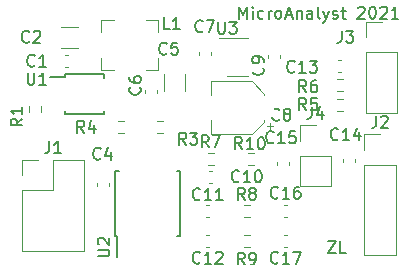
<source format=gbr>
G04 #@! TF.GenerationSoftware,KiCad,Pcbnew,(5.1.10)-1*
G04 #@! TF.CreationDate,2021-05-22T21:50:54-07:00*
G04 #@! TF.ProjectId,E-Bike,452d4269-6b65-42e6-9b69-6361645f7063,rev?*
G04 #@! TF.SameCoordinates,PX619eb90PY83695b8*
G04 #@! TF.FileFunction,Legend,Top*
G04 #@! TF.FilePolarity,Positive*
%FSLAX45Y45*%
G04 Gerber Fmt 4.5, Leading zero omitted, Abs format (unit mm)*
G04 Created by KiCad (PCBNEW (5.1.10)-1) date 2021-05-22 21:50:54*
%MOMM*%
%LPD*%
G01*
G04 APERTURE LIST*
%ADD10C,0.150000*%
%ADD11C,0.120000*%
%ADD12C,1.000000*%
%ADD13O,1.700000X1.700000*%
%ADD14R,1.700000X1.700000*%
%ADD15R,1.060000X0.650000*%
%ADD16R,0.650000X1.700000*%
%ADD17R,1.400000X0.300000*%
%ADD18R,1.500000X3.600000*%
G04 APERTURE END LIST*
D10*
X2770990Y257962D02*
X2837657Y257962D01*
X2770990Y157962D01*
X2837657Y157962D01*
X2923371Y157962D02*
X2875752Y157962D01*
X2875752Y257962D01*
X2020971Y2139162D02*
X2020971Y2239162D01*
X2054305Y2167733D01*
X2087638Y2239162D01*
X2087638Y2139162D01*
X2135257Y2139162D02*
X2135257Y2205829D01*
X2135257Y2239162D02*
X2130495Y2234400D01*
X2135257Y2229638D01*
X2140019Y2234400D01*
X2135257Y2239162D01*
X2135257Y2229638D01*
X2225733Y2143924D02*
X2216210Y2139162D01*
X2197162Y2139162D01*
X2187638Y2143924D01*
X2182876Y2148686D01*
X2178114Y2158210D01*
X2178114Y2186781D01*
X2182876Y2196305D01*
X2187638Y2201067D01*
X2197162Y2205829D01*
X2216210Y2205829D01*
X2225733Y2201067D01*
X2268590Y2139162D02*
X2268590Y2205829D01*
X2268590Y2186781D02*
X2273352Y2196305D01*
X2278114Y2201067D01*
X2287638Y2205829D01*
X2297162Y2205829D01*
X2344781Y2139162D02*
X2335257Y2143924D01*
X2330495Y2148686D01*
X2325733Y2158210D01*
X2325733Y2186781D01*
X2330495Y2196305D01*
X2335257Y2201067D01*
X2344781Y2205829D01*
X2359067Y2205829D01*
X2368590Y2201067D01*
X2373352Y2196305D01*
X2378114Y2186781D01*
X2378114Y2158210D01*
X2373352Y2148686D01*
X2368590Y2143924D01*
X2359067Y2139162D01*
X2344781Y2139162D01*
X2416210Y2167733D02*
X2463829Y2167733D01*
X2406686Y2139162D02*
X2440019Y2239162D01*
X2473352Y2139162D01*
X2506686Y2205829D02*
X2506686Y2139162D01*
X2506686Y2196305D02*
X2511448Y2201067D01*
X2520971Y2205829D01*
X2535257Y2205829D01*
X2544781Y2201067D01*
X2549543Y2191543D01*
X2549543Y2139162D01*
X2640019Y2139162D02*
X2640019Y2191543D01*
X2635257Y2201067D01*
X2625733Y2205829D01*
X2606686Y2205829D01*
X2597162Y2201067D01*
X2640019Y2143924D02*
X2630495Y2139162D01*
X2606686Y2139162D01*
X2597162Y2143924D01*
X2592400Y2153448D01*
X2592400Y2162972D01*
X2597162Y2172495D01*
X2606686Y2177257D01*
X2630495Y2177257D01*
X2640019Y2182019D01*
X2701924Y2139162D02*
X2692400Y2143924D01*
X2687638Y2153448D01*
X2687638Y2239162D01*
X2730495Y2205829D02*
X2754305Y2139162D01*
X2778114Y2205829D02*
X2754305Y2139162D01*
X2744781Y2115352D01*
X2740019Y2110591D01*
X2730495Y2105829D01*
X2811448Y2143924D02*
X2820971Y2139162D01*
X2840019Y2139162D01*
X2849543Y2143924D01*
X2854305Y2153448D01*
X2854305Y2158210D01*
X2849543Y2167733D01*
X2840019Y2172495D01*
X2825733Y2172495D01*
X2816209Y2177257D01*
X2811448Y2186781D01*
X2811448Y2191543D01*
X2816209Y2201067D01*
X2825733Y2205829D01*
X2840019Y2205829D01*
X2849543Y2201067D01*
X2882876Y2205829D02*
X2920971Y2205829D01*
X2897162Y2239162D02*
X2897162Y2153448D01*
X2901924Y2143924D01*
X2911448Y2139162D01*
X2920971Y2139162D01*
X3025733Y2229638D02*
X3030495Y2234400D01*
X3040019Y2239162D01*
X3063828Y2239162D01*
X3073352Y2234400D01*
X3078114Y2229638D01*
X3082876Y2220114D01*
X3082876Y2210591D01*
X3078114Y2196305D01*
X3020971Y2139162D01*
X3082876Y2139162D01*
X3144781Y2239162D02*
X3154305Y2239162D01*
X3163828Y2234400D01*
X3168590Y2229638D01*
X3173352Y2220114D01*
X3178114Y2201067D01*
X3178114Y2177257D01*
X3173352Y2158210D01*
X3168590Y2148686D01*
X3163828Y2143924D01*
X3154305Y2139162D01*
X3144781Y2139162D01*
X3135257Y2143924D01*
X3130495Y2148686D01*
X3125733Y2158210D01*
X3120971Y2177257D01*
X3120971Y2201067D01*
X3125733Y2220114D01*
X3130495Y2229638D01*
X3135257Y2234400D01*
X3144781Y2239162D01*
X3216209Y2229638D02*
X3220971Y2234400D01*
X3230495Y2239162D01*
X3254305Y2239162D01*
X3263828Y2234400D01*
X3268590Y2229638D01*
X3273352Y2220114D01*
X3273352Y2210591D01*
X3268590Y2196305D01*
X3211448Y2139162D01*
X3273352Y2139162D01*
X3368590Y2139162D02*
X3311448Y2139162D01*
X3340019Y2139162D02*
X3340019Y2239162D01*
X3330495Y2224876D01*
X3320971Y2215352D01*
X3311448Y2210591D01*
D11*
X2534000Y717900D02*
X2800000Y717900D01*
X2534000Y977900D02*
X2534000Y717900D01*
X2800000Y977900D02*
X2800000Y717900D01*
X2534000Y977900D02*
X2800000Y977900D01*
X2534000Y1104900D02*
X2534000Y1237900D01*
X2534000Y1237900D02*
X2667000Y1237900D01*
X184500Y171800D02*
X704500Y171800D01*
X184500Y685800D02*
X184500Y171800D01*
X704500Y945800D02*
X704500Y171800D01*
X184500Y685800D02*
X444500Y685800D01*
X444500Y685800D02*
X444500Y945800D01*
X444500Y945800D02*
X704500Y945800D01*
X184500Y812800D02*
X184500Y945800D01*
X184500Y945800D02*
X317500Y945800D01*
X1916600Y1655100D02*
X2096600Y1655100D01*
X2096600Y1977100D02*
X1851600Y1977100D01*
D10*
X969100Y296500D02*
X989600Y296500D01*
X969100Y846500D02*
X999100Y846500D01*
X1520100Y846500D02*
X1490100Y846500D01*
X1520100Y296500D02*
X1490100Y296500D01*
X969100Y296500D02*
X969100Y846500D01*
X1520100Y296500D02*
X1520100Y846500D01*
X989600Y296500D02*
X989600Y121500D01*
X543700Y1666100D02*
X543700Y1643600D01*
X878700Y1666100D02*
X878700Y1636100D01*
X878700Y1331100D02*
X878700Y1361100D01*
X543700Y1331100D02*
X543700Y1361100D01*
X543700Y1666100D02*
X878700Y1666100D01*
X543700Y1331100D02*
X878700Y1331100D01*
X543700Y1643600D02*
X421200Y1643600D01*
D11*
X2146372Y900250D02*
X2095428Y900250D01*
X2146372Y1004750D02*
X2095428Y1004750D01*
X2057328Y306250D02*
X2108272Y306250D01*
X2057328Y201750D02*
X2108272Y201750D01*
X2057328Y560250D02*
X2108272Y560250D01*
X2057328Y455750D02*
X2108272Y455750D01*
X1752528Y1004750D02*
X1803472Y1004750D01*
X1752528Y900250D02*
X1803472Y900250D01*
X2844728Y1627050D02*
X2895672Y1627050D01*
X2844728Y1522550D02*
X2895672Y1522550D01*
X2844728Y1461950D02*
X2895672Y1461950D01*
X2844728Y1357450D02*
X2895672Y1357450D01*
X1041472Y1166950D02*
X990528Y1166950D01*
X1041472Y1271450D02*
X990528Y1271450D01*
X1371672Y1166950D02*
X1320728Y1166950D01*
X1371672Y1271450D02*
X1320728Y1271450D01*
X344350Y1397072D02*
X344350Y1346128D01*
X239850Y1397072D02*
X239850Y1346128D01*
X853700Y2128700D02*
X853700Y2026200D01*
X853700Y2128700D02*
X956200Y2128700D01*
X1330700Y2128700D02*
X1228200Y2128700D01*
X1330700Y2128700D02*
X1330700Y2026200D01*
X1330700Y1706700D02*
X1330700Y1809200D01*
X853700Y1706700D02*
X853700Y1809200D01*
X1330700Y1706700D02*
X1228200Y1706700D01*
X853700Y1706700D02*
X956200Y1706700D01*
X3092800Y1340200D02*
X3358800Y1340200D01*
X3092800Y1854200D02*
X3092800Y1340200D01*
X3358800Y1854200D02*
X3358800Y1340200D01*
X3092800Y1854200D02*
X3358800Y1854200D01*
X3092800Y1981200D02*
X3092800Y2114200D01*
X3092800Y2114200D02*
X3225800Y2114200D01*
X3080100Y133700D02*
X3346100Y133700D01*
X3080100Y901700D02*
X3080100Y133700D01*
X3346100Y901700D02*
X3346100Y133700D01*
X3080100Y901700D02*
X3346100Y901700D01*
X3080100Y1028700D02*
X3080100Y1161700D01*
X3080100Y1161700D02*
X3213100Y1161700D01*
X2427058Y203000D02*
X2398942Y203000D01*
X2427058Y305000D02*
X2398942Y305000D01*
X2427058Y457000D02*
X2398942Y457000D01*
X2427058Y559000D02*
X2398942Y559000D01*
X2438600Y928458D02*
X2438600Y900342D01*
X2336600Y928458D02*
X2336600Y900342D01*
X2997400Y953858D02*
X2997400Y925742D01*
X2895400Y953858D02*
X2895400Y925742D01*
X2884258Y1688900D02*
X2856142Y1688900D01*
X2884258Y1790900D02*
X2856142Y1790900D01*
X1766658Y203000D02*
X1738542Y203000D01*
X1766658Y305000D02*
X1738542Y305000D01*
X1766658Y457000D02*
X1738542Y457000D01*
X1766658Y559000D02*
X1738542Y559000D01*
X1763942Y851100D02*
X1792058Y851100D01*
X1763942Y749100D02*
X1792058Y749100D01*
X2362400Y1830158D02*
X2362400Y1802042D01*
X2260400Y1830158D02*
X2260400Y1802042D01*
X1780600Y1610300D02*
X1780600Y1490300D01*
X1780600Y1158300D02*
X1780600Y1278300D01*
X2126156Y1158300D02*
X1780600Y1158300D01*
X2126156Y1610300D02*
X1780600Y1610300D01*
X2232600Y1503856D02*
X2232600Y1490300D01*
X2232600Y1264744D02*
X2232600Y1278300D01*
X2232600Y1264744D02*
X2126156Y1158300D01*
X2232600Y1503856D02*
X2126156Y1610300D01*
X2306600Y1228300D02*
X2256600Y1228300D01*
X2281600Y1203300D02*
X2281600Y1253300D01*
X1778200Y1855558D02*
X1778200Y1827442D01*
X1676200Y1855558D02*
X1676200Y1827442D01*
X1321000Y1538058D02*
X1321000Y1509942D01*
X1219000Y1538058D02*
X1219000Y1509942D01*
X1564200Y1671325D02*
X1564200Y1529075D01*
X1382200Y1671325D02*
X1382200Y1529075D01*
X914600Y750658D02*
X914600Y722542D01*
X812600Y750658D02*
X812600Y722542D01*
X513075Y2072200D02*
X655325Y2072200D01*
X513075Y1890200D02*
X655325Y1890200D01*
X544742Y1829000D02*
X572858Y1829000D01*
X544742Y1727000D02*
X572858Y1727000D01*
D10*
X2633667Y1392662D02*
X2633667Y1321233D01*
X2628905Y1306948D01*
X2619381Y1297424D01*
X2605095Y1292662D01*
X2595571Y1292662D01*
X2724143Y1359329D02*
X2724143Y1292662D01*
X2700333Y1397424D02*
X2676524Y1325995D01*
X2738429Y1325995D01*
X411167Y1100562D02*
X411167Y1029133D01*
X406405Y1014848D01*
X396881Y1005324D01*
X382595Y1000562D01*
X373071Y1000562D01*
X511167Y1000562D02*
X454024Y1000562D01*
X482595Y1000562D02*
X482595Y1100562D01*
X473071Y1086276D01*
X463548Y1076752D01*
X454024Y1071991D01*
X1841509Y2112162D02*
X1841509Y2031210D01*
X1846271Y2021686D01*
X1851033Y2016924D01*
X1860557Y2012162D01*
X1879605Y2012162D01*
X1889128Y2016924D01*
X1893890Y2021686D01*
X1898652Y2031210D01*
X1898652Y2112162D01*
X1936748Y2112162D02*
X1998652Y2112162D01*
X1965319Y2074067D01*
X1979605Y2074067D01*
X1989128Y2069305D01*
X1993890Y2064543D01*
X1998652Y2055019D01*
X1998652Y2031210D01*
X1993890Y2021686D01*
X1989128Y2016924D01*
X1979605Y2012162D01*
X1951033Y2012162D01*
X1941509Y2016924D01*
X1936748Y2021686D01*
X821838Y127010D02*
X902790Y127010D01*
X912314Y131772D01*
X917076Y136533D01*
X921838Y146057D01*
X921838Y165105D01*
X917076Y174629D01*
X912314Y179390D01*
X902790Y184152D01*
X821838Y184152D01*
X831362Y227010D02*
X826600Y231771D01*
X821838Y241295D01*
X821838Y265105D01*
X826600Y274629D01*
X831362Y279391D01*
X840886Y284152D01*
X850409Y284152D01*
X864695Y279391D01*
X921838Y222248D01*
X921838Y284152D01*
X228609Y1680362D02*
X228609Y1599410D01*
X233371Y1589886D01*
X238133Y1585124D01*
X247657Y1580362D01*
X266705Y1580362D01*
X276229Y1585124D01*
X280990Y1589886D01*
X285752Y1599410D01*
X285752Y1680362D01*
X385752Y1580362D02*
X328610Y1580362D01*
X357181Y1580362D02*
X357181Y1680362D01*
X347657Y1666076D01*
X338133Y1656552D01*
X328610Y1651790D01*
X2043914Y1034262D02*
X2010581Y1081881D01*
X1986771Y1034262D02*
X1986771Y1134262D01*
X2024867Y1134262D01*
X2034390Y1129500D01*
X2039152Y1124738D01*
X2043914Y1115214D01*
X2043914Y1100929D01*
X2039152Y1091405D01*
X2034390Y1086643D01*
X2024867Y1081881D01*
X1986771Y1081881D01*
X2139152Y1034262D02*
X2082009Y1034262D01*
X2110581Y1034262D02*
X2110581Y1134262D01*
X2101057Y1119976D01*
X2091533Y1110452D01*
X2082009Y1105691D01*
X2201057Y1134262D02*
X2210581Y1134262D01*
X2220105Y1129500D01*
X2224867Y1124738D01*
X2229629Y1115214D01*
X2234390Y1096167D01*
X2234390Y1072357D01*
X2229629Y1053310D01*
X2224867Y1043786D01*
X2220105Y1039024D01*
X2210581Y1034262D01*
X2201057Y1034262D01*
X2191533Y1039024D01*
X2186771Y1043786D01*
X2182010Y1053310D01*
X2177248Y1072357D01*
X2177248Y1096167D01*
X2182010Y1115214D01*
X2186771Y1124738D01*
X2191533Y1129500D01*
X2201057Y1134262D01*
X2066133Y56362D02*
X2032800Y103981D01*
X2008990Y56362D02*
X2008990Y156362D01*
X2047086Y156362D01*
X2056609Y151600D01*
X2061371Y146838D01*
X2066133Y137314D01*
X2066133Y123029D01*
X2061371Y113505D01*
X2056609Y108743D01*
X2047086Y103981D01*
X2008990Y103981D01*
X2113752Y56362D02*
X2132800Y56362D01*
X2142324Y61124D01*
X2147086Y65886D01*
X2156610Y80172D01*
X2161371Y99219D01*
X2161371Y137314D01*
X2156610Y146838D01*
X2151848Y151600D01*
X2142324Y156362D01*
X2123276Y156362D01*
X2113752Y151600D01*
X2108990Y146838D01*
X2104229Y137314D01*
X2104229Y113505D01*
X2108990Y103981D01*
X2113752Y99219D01*
X2123276Y94457D01*
X2142324Y94457D01*
X2151848Y99219D01*
X2156610Y103981D01*
X2161371Y113505D01*
X2066133Y605762D02*
X2032800Y653381D01*
X2008990Y605762D02*
X2008990Y705762D01*
X2047086Y705762D01*
X2056609Y701000D01*
X2061371Y696238D01*
X2066133Y686714D01*
X2066133Y672429D01*
X2061371Y662905D01*
X2056609Y658143D01*
X2047086Y653381D01*
X2008990Y653381D01*
X2123276Y662905D02*
X2113752Y667667D01*
X2108990Y672429D01*
X2104229Y681952D01*
X2104229Y686714D01*
X2108990Y696238D01*
X2113752Y701000D01*
X2123276Y705762D01*
X2142324Y705762D01*
X2151848Y701000D01*
X2156610Y696238D01*
X2161371Y686714D01*
X2161371Y681952D01*
X2156610Y672429D01*
X2151848Y667667D01*
X2142324Y662905D01*
X2123276Y662905D01*
X2113752Y658143D01*
X2108990Y653381D01*
X2104229Y643857D01*
X2104229Y624810D01*
X2108990Y615286D01*
X2113752Y610524D01*
X2123276Y605762D01*
X2142324Y605762D01*
X2151848Y610524D01*
X2156610Y615286D01*
X2161371Y624810D01*
X2161371Y643857D01*
X2156610Y653381D01*
X2151848Y658143D01*
X2142324Y662905D01*
X1761333Y1050262D02*
X1728000Y1097881D01*
X1704190Y1050262D02*
X1704190Y1150262D01*
X1742286Y1150262D01*
X1751809Y1145500D01*
X1756571Y1140738D01*
X1761333Y1131214D01*
X1761333Y1116929D01*
X1756571Y1107405D01*
X1751809Y1102643D01*
X1742286Y1097881D01*
X1704190Y1097881D01*
X1794667Y1150262D02*
X1861333Y1150262D01*
X1818476Y1050262D01*
X2586833Y1516862D02*
X2553500Y1564481D01*
X2529690Y1516862D02*
X2529690Y1616862D01*
X2567786Y1616862D01*
X2577310Y1612100D01*
X2582071Y1607338D01*
X2586833Y1597814D01*
X2586833Y1583529D01*
X2582071Y1574005D01*
X2577310Y1569243D01*
X2567786Y1564481D01*
X2529690Y1564481D01*
X2672548Y1616862D02*
X2653500Y1616862D01*
X2643976Y1612100D01*
X2639214Y1607338D01*
X2629690Y1593052D01*
X2624929Y1574005D01*
X2624929Y1535910D01*
X2629690Y1526386D01*
X2634452Y1521624D01*
X2643976Y1516862D01*
X2663024Y1516862D01*
X2672548Y1521624D01*
X2677310Y1526386D01*
X2682071Y1535910D01*
X2682071Y1559719D01*
X2677310Y1569243D01*
X2672548Y1574005D01*
X2663024Y1578767D01*
X2643976Y1578767D01*
X2634452Y1574005D01*
X2629690Y1569243D01*
X2624929Y1559719D01*
X2586833Y1364462D02*
X2553500Y1412081D01*
X2529690Y1364462D02*
X2529690Y1464462D01*
X2567786Y1464462D01*
X2577310Y1459700D01*
X2582071Y1454938D01*
X2586833Y1445414D01*
X2586833Y1431129D01*
X2582071Y1421605D01*
X2577310Y1416843D01*
X2567786Y1412081D01*
X2529690Y1412081D01*
X2677310Y1464462D02*
X2629690Y1464462D01*
X2624929Y1416843D01*
X2629690Y1421605D01*
X2639214Y1426367D01*
X2663024Y1426367D01*
X2672548Y1421605D01*
X2677310Y1416843D01*
X2682071Y1407319D01*
X2682071Y1383510D01*
X2677310Y1373986D01*
X2672548Y1369224D01*
X2663024Y1364462D01*
X2639214Y1364462D01*
X2629690Y1369224D01*
X2624929Y1373986D01*
X707233Y1173962D02*
X673900Y1221581D01*
X650090Y1173962D02*
X650090Y1273962D01*
X688186Y1273962D01*
X697710Y1269200D01*
X702471Y1264438D01*
X707233Y1254914D01*
X707233Y1240629D01*
X702471Y1231105D01*
X697710Y1226343D01*
X688186Y1221581D01*
X650090Y1221581D01*
X792948Y1240629D02*
X792948Y1173962D01*
X769138Y1278724D02*
X745328Y1207295D01*
X807233Y1207295D01*
X1570833Y1072362D02*
X1537500Y1119981D01*
X1513690Y1072362D02*
X1513690Y1172362D01*
X1551786Y1172362D01*
X1561309Y1167600D01*
X1566071Y1162838D01*
X1570833Y1153314D01*
X1570833Y1139029D01*
X1566071Y1129505D01*
X1561309Y1124743D01*
X1551786Y1119981D01*
X1513690Y1119981D01*
X1604167Y1172362D02*
X1666071Y1172362D01*
X1632738Y1134267D01*
X1647024Y1134267D01*
X1656548Y1129505D01*
X1661309Y1124743D01*
X1666071Y1115219D01*
X1666071Y1091410D01*
X1661309Y1081886D01*
X1656548Y1077124D01*
X1647024Y1072362D01*
X1618452Y1072362D01*
X1608928Y1077124D01*
X1604167Y1081886D01*
X184938Y1291433D02*
X137319Y1258100D01*
X184938Y1234291D02*
X84938Y1234291D01*
X84938Y1272386D01*
X89700Y1281910D01*
X94462Y1286672D01*
X103986Y1291433D01*
X118271Y1291433D01*
X127795Y1286672D01*
X132557Y1281910D01*
X137319Y1272386D01*
X137319Y1234291D01*
X184938Y1386672D02*
X184938Y1329529D01*
X184938Y1358100D02*
X84938Y1358100D01*
X99224Y1348576D01*
X108748Y1339052D01*
X113509Y1329529D01*
X1431133Y2050262D02*
X1383514Y2050262D01*
X1383514Y2150262D01*
X1516848Y2050262D02*
X1459705Y2050262D01*
X1488276Y2050262D02*
X1488276Y2150262D01*
X1478752Y2135976D01*
X1469228Y2126452D01*
X1459705Y2121691D01*
X2887667Y2035962D02*
X2887667Y1964533D01*
X2882905Y1950248D01*
X2873381Y1940724D01*
X2859095Y1935962D01*
X2849571Y1935962D01*
X2925762Y2035962D02*
X2987667Y2035962D01*
X2954333Y1997867D01*
X2968619Y1997867D01*
X2978143Y1993105D01*
X2982905Y1988343D01*
X2987667Y1978819D01*
X2987667Y1955010D01*
X2982905Y1945486D01*
X2978143Y1940724D01*
X2968619Y1935962D01*
X2940048Y1935962D01*
X2930524Y1940724D01*
X2925762Y1945486D01*
X3179767Y1316462D02*
X3179767Y1245033D01*
X3175005Y1230748D01*
X3165481Y1221224D01*
X3151195Y1216462D01*
X3141671Y1216462D01*
X3222624Y1306938D02*
X3227386Y1311700D01*
X3236909Y1316462D01*
X3260719Y1316462D01*
X3270243Y1311700D01*
X3275005Y1306938D01*
X3279767Y1297414D01*
X3279767Y1287891D01*
X3275005Y1273605D01*
X3217862Y1216462D01*
X3279767Y1216462D01*
X2348714Y75286D02*
X2343952Y70524D01*
X2329667Y65762D01*
X2320143Y65762D01*
X2305857Y70524D01*
X2296333Y80048D01*
X2291571Y89571D01*
X2286810Y108619D01*
X2286810Y122905D01*
X2291571Y141952D01*
X2296333Y151476D01*
X2305857Y161000D01*
X2320143Y165762D01*
X2329667Y165762D01*
X2343952Y161000D01*
X2348714Y156238D01*
X2443952Y65762D02*
X2386810Y65762D01*
X2415381Y65762D02*
X2415381Y165762D01*
X2405857Y151476D01*
X2396333Y141952D01*
X2386810Y137191D01*
X2477286Y165762D02*
X2543952Y165762D01*
X2501095Y65762D01*
X2348714Y624686D02*
X2343952Y619924D01*
X2329667Y615162D01*
X2320143Y615162D01*
X2305857Y619924D01*
X2296333Y629448D01*
X2291571Y638972D01*
X2286810Y658019D01*
X2286810Y672305D01*
X2291571Y691352D01*
X2296333Y700876D01*
X2305857Y710400D01*
X2320143Y715162D01*
X2329667Y715162D01*
X2343952Y710400D01*
X2348714Y705638D01*
X2443952Y615162D02*
X2386810Y615162D01*
X2415381Y615162D02*
X2415381Y715162D01*
X2405857Y700876D01*
X2396333Y691352D01*
X2386810Y686591D01*
X2529667Y715162D02*
X2510619Y715162D01*
X2501095Y710400D01*
X2496333Y705638D01*
X2486810Y691352D01*
X2482048Y672305D01*
X2482048Y634210D01*
X2486810Y624686D01*
X2491571Y619924D01*
X2501095Y615162D01*
X2520143Y615162D01*
X2529667Y619924D01*
X2534429Y624686D01*
X2539190Y634210D01*
X2539190Y658019D01*
X2534429Y667543D01*
X2529667Y672305D01*
X2520143Y677067D01*
X2501095Y677067D01*
X2491571Y672305D01*
X2486810Y667543D01*
X2482048Y658019D01*
X2310614Y1094586D02*
X2305852Y1089824D01*
X2291567Y1085062D01*
X2282043Y1085062D01*
X2267757Y1089824D01*
X2258233Y1099348D01*
X2253471Y1108872D01*
X2248710Y1127919D01*
X2248710Y1142205D01*
X2253471Y1161252D01*
X2258233Y1170776D01*
X2267757Y1180300D01*
X2282043Y1185062D01*
X2291567Y1185062D01*
X2305852Y1180300D01*
X2310614Y1175538D01*
X2405852Y1085062D02*
X2348710Y1085062D01*
X2377281Y1085062D02*
X2377281Y1185062D01*
X2367757Y1170776D01*
X2358233Y1161252D01*
X2348710Y1156491D01*
X2496329Y1185062D02*
X2448710Y1185062D01*
X2443948Y1137443D01*
X2448710Y1142205D01*
X2458233Y1146967D01*
X2482043Y1146967D01*
X2491567Y1142205D01*
X2496329Y1137443D01*
X2501090Y1127919D01*
X2501090Y1104110D01*
X2496329Y1094586D01*
X2491567Y1089824D01*
X2482043Y1085062D01*
X2458233Y1085062D01*
X2448710Y1089824D01*
X2443948Y1094586D01*
X2856714Y1119986D02*
X2851952Y1115224D01*
X2837667Y1110462D01*
X2828143Y1110462D01*
X2813857Y1115224D01*
X2804333Y1124748D01*
X2799571Y1134272D01*
X2794810Y1153319D01*
X2794810Y1167605D01*
X2799571Y1186652D01*
X2804333Y1196176D01*
X2813857Y1205700D01*
X2828143Y1210462D01*
X2837667Y1210462D01*
X2851952Y1205700D01*
X2856714Y1200938D01*
X2951952Y1110462D02*
X2894809Y1110462D01*
X2923381Y1110462D02*
X2923381Y1210462D01*
X2913857Y1196176D01*
X2904333Y1186652D01*
X2894809Y1181891D01*
X3037667Y1177129D02*
X3037667Y1110462D01*
X3013857Y1215224D02*
X2990048Y1143795D01*
X3051952Y1143795D01*
X2488414Y1691486D02*
X2483652Y1686724D01*
X2469367Y1681962D01*
X2459843Y1681962D01*
X2445557Y1686724D01*
X2436033Y1696248D01*
X2431271Y1705771D01*
X2426510Y1724819D01*
X2426510Y1739105D01*
X2431271Y1758152D01*
X2436033Y1767676D01*
X2445557Y1777200D01*
X2459843Y1781962D01*
X2469367Y1781962D01*
X2483652Y1777200D01*
X2488414Y1772438D01*
X2583652Y1681962D02*
X2526510Y1681962D01*
X2555081Y1681962D02*
X2555081Y1781962D01*
X2545557Y1767676D01*
X2536033Y1758152D01*
X2526510Y1753390D01*
X2616986Y1781962D02*
X2678890Y1781962D01*
X2645557Y1743867D01*
X2659843Y1743867D01*
X2669367Y1739105D01*
X2674129Y1734343D01*
X2678890Y1724819D01*
X2678890Y1701010D01*
X2674129Y1691486D01*
X2669367Y1686724D01*
X2659843Y1681962D01*
X2631271Y1681962D01*
X2621748Y1686724D01*
X2616986Y1691486D01*
X1688314Y75286D02*
X1683552Y70524D01*
X1669267Y65762D01*
X1659743Y65762D01*
X1645457Y70524D01*
X1635933Y80048D01*
X1631171Y89571D01*
X1626409Y108619D01*
X1626409Y122905D01*
X1631171Y141952D01*
X1635933Y151476D01*
X1645457Y161000D01*
X1659743Y165762D01*
X1669267Y165762D01*
X1683552Y161000D01*
X1688314Y156238D01*
X1783552Y65762D02*
X1726409Y65762D01*
X1754981Y65762D02*
X1754981Y165762D01*
X1745457Y151476D01*
X1735933Y141952D01*
X1726409Y137191D01*
X1821648Y156238D02*
X1826409Y161000D01*
X1835933Y165762D01*
X1859743Y165762D01*
X1869267Y161000D01*
X1874028Y156238D01*
X1878790Y146714D01*
X1878790Y137191D01*
X1874028Y122905D01*
X1816886Y65762D01*
X1878790Y65762D01*
X1688314Y611986D02*
X1683552Y607224D01*
X1669267Y602462D01*
X1659743Y602462D01*
X1645457Y607224D01*
X1635933Y616748D01*
X1631171Y626272D01*
X1626409Y645319D01*
X1626409Y659605D01*
X1631171Y678652D01*
X1635933Y688176D01*
X1645457Y697700D01*
X1659743Y702462D01*
X1669267Y702462D01*
X1683552Y697700D01*
X1688314Y692938D01*
X1783552Y602462D02*
X1726409Y602462D01*
X1754981Y602462D02*
X1754981Y702462D01*
X1745457Y688176D01*
X1735933Y678652D01*
X1726409Y673891D01*
X1878790Y602462D02*
X1821648Y602462D01*
X1850219Y602462D02*
X1850219Y702462D01*
X1840695Y688176D01*
X1831171Y678652D01*
X1821648Y673891D01*
X2018514Y764386D02*
X2013752Y759624D01*
X1999467Y754862D01*
X1989943Y754862D01*
X1975657Y759624D01*
X1966133Y769148D01*
X1961371Y778671D01*
X1956609Y797719D01*
X1956609Y812005D01*
X1961371Y831052D01*
X1966133Y840576D01*
X1975657Y850100D01*
X1989943Y854862D01*
X1999467Y854862D01*
X2013752Y850100D01*
X2018514Y845338D01*
X2113752Y754862D02*
X2056609Y754862D01*
X2085181Y754862D02*
X2085181Y854862D01*
X2075657Y840576D01*
X2066133Y831052D01*
X2056609Y826290D01*
X2175657Y854862D02*
X2185181Y854862D01*
X2194705Y850100D01*
X2199467Y845338D01*
X2204229Y835814D01*
X2208990Y816767D01*
X2208990Y792957D01*
X2204229Y773910D01*
X2199467Y764386D01*
X2194705Y759624D01*
X2185181Y754862D01*
X2175657Y754862D01*
X2166133Y759624D01*
X2161371Y764386D01*
X2156610Y773910D01*
X2151848Y792957D01*
X2151848Y816767D01*
X2156610Y835814D01*
X2161371Y845338D01*
X2166133Y850100D01*
X2175657Y854862D01*
X2220114Y1723233D02*
X2224876Y1718471D01*
X2229638Y1704186D01*
X2229638Y1694662D01*
X2224876Y1680376D01*
X2215352Y1670852D01*
X2205829Y1666090D01*
X2186781Y1661329D01*
X2172495Y1661329D01*
X2153448Y1666090D01*
X2143924Y1670852D01*
X2134400Y1680376D01*
X2129638Y1694662D01*
X2129638Y1704186D01*
X2134400Y1718471D01*
X2139162Y1723233D01*
X2229638Y1770852D02*
X2229638Y1789900D01*
X2224876Y1799424D01*
X2220114Y1804186D01*
X2205829Y1813710D01*
X2186781Y1818471D01*
X2148686Y1818471D01*
X2139162Y1813710D01*
X2134400Y1808948D01*
X2129638Y1799424D01*
X2129638Y1780376D01*
X2134400Y1770852D01*
X2139162Y1766090D01*
X2148686Y1761329D01*
X2172495Y1761329D01*
X2182019Y1766090D01*
X2186781Y1770852D01*
X2191543Y1780376D01*
X2191543Y1799424D01*
X2186781Y1808948D01*
X2182019Y1813710D01*
X2172495Y1818471D01*
X2358233Y1285086D02*
X2353471Y1280324D01*
X2339186Y1275562D01*
X2329662Y1275562D01*
X2315376Y1280324D01*
X2305852Y1289848D01*
X2301090Y1299372D01*
X2296329Y1318419D01*
X2296329Y1332705D01*
X2301090Y1351752D01*
X2305852Y1361276D01*
X2315376Y1370800D01*
X2329662Y1375562D01*
X2339186Y1375562D01*
X2353471Y1370800D01*
X2358233Y1366038D01*
X2415376Y1332705D02*
X2405852Y1337467D01*
X2401090Y1342229D01*
X2396329Y1351752D01*
X2396329Y1356514D01*
X2401090Y1366038D01*
X2405852Y1370800D01*
X2415376Y1375562D01*
X2434424Y1375562D01*
X2443948Y1370800D01*
X2448710Y1366038D01*
X2453471Y1356514D01*
X2453471Y1351752D01*
X2448710Y1342229D01*
X2443948Y1337467D01*
X2434424Y1332705D01*
X2415376Y1332705D01*
X2405852Y1327943D01*
X2401090Y1323181D01*
X2396329Y1313657D01*
X2396329Y1294610D01*
X2401090Y1285086D01*
X2405852Y1280324D01*
X2415376Y1275562D01*
X2434424Y1275562D01*
X2443948Y1280324D01*
X2448710Y1285086D01*
X2453471Y1294610D01*
X2453471Y1313657D01*
X2448710Y1323181D01*
X2443948Y1327943D01*
X2434424Y1332705D01*
X1710533Y2034386D02*
X1705771Y2029624D01*
X1691486Y2024862D01*
X1681962Y2024862D01*
X1667676Y2029624D01*
X1658152Y2039148D01*
X1653390Y2048671D01*
X1648628Y2067719D01*
X1648628Y2082005D01*
X1653390Y2101052D01*
X1658152Y2110576D01*
X1667676Y2120100D01*
X1681962Y2124862D01*
X1691486Y2124862D01*
X1705771Y2120100D01*
X1710533Y2115338D01*
X1743867Y2124862D02*
X1810533Y2124862D01*
X1767676Y2024862D01*
X1178714Y1558133D02*
X1183476Y1553371D01*
X1188238Y1539086D01*
X1188238Y1529562D01*
X1183476Y1515276D01*
X1173952Y1505752D01*
X1164429Y1500990D01*
X1145381Y1496229D01*
X1131095Y1496229D01*
X1112048Y1500990D01*
X1102524Y1505752D01*
X1093000Y1515276D01*
X1088238Y1529562D01*
X1088238Y1539086D01*
X1093000Y1553371D01*
X1097762Y1558133D01*
X1088238Y1643848D02*
X1088238Y1624800D01*
X1093000Y1615276D01*
X1097762Y1610514D01*
X1112048Y1600990D01*
X1131095Y1596229D01*
X1169190Y1596229D01*
X1178714Y1600990D01*
X1183476Y1605752D01*
X1188238Y1615276D01*
X1188238Y1634324D01*
X1183476Y1643848D01*
X1178714Y1648610D01*
X1169190Y1653371D01*
X1145381Y1653371D01*
X1135857Y1648610D01*
X1131095Y1643848D01*
X1126333Y1634324D01*
X1126333Y1615276D01*
X1131095Y1605752D01*
X1135857Y1600990D01*
X1145381Y1596229D01*
X1405733Y1843886D02*
X1400971Y1839124D01*
X1386686Y1834362D01*
X1377162Y1834362D01*
X1362876Y1839124D01*
X1353352Y1848648D01*
X1348590Y1858171D01*
X1343829Y1877219D01*
X1343829Y1891505D01*
X1348590Y1910552D01*
X1353352Y1920076D01*
X1362876Y1929600D01*
X1377162Y1934362D01*
X1386686Y1934362D01*
X1400971Y1929600D01*
X1405733Y1924838D01*
X1496209Y1934362D02*
X1448590Y1934362D01*
X1443828Y1886743D01*
X1448590Y1891505D01*
X1458114Y1896267D01*
X1481924Y1896267D01*
X1491448Y1891505D01*
X1496209Y1886743D01*
X1500971Y1877219D01*
X1500971Y1853410D01*
X1496209Y1843886D01*
X1491448Y1839124D01*
X1481924Y1834362D01*
X1458114Y1834362D01*
X1448590Y1839124D01*
X1443828Y1843886D01*
X846933Y954886D02*
X842171Y950124D01*
X827886Y945362D01*
X818362Y945362D01*
X804076Y950124D01*
X794552Y959648D01*
X789790Y969171D01*
X785028Y988219D01*
X785028Y1002505D01*
X789790Y1021552D01*
X794552Y1031076D01*
X804076Y1040600D01*
X818362Y1045362D01*
X827886Y1045362D01*
X842171Y1040600D01*
X846933Y1035838D01*
X932648Y1012029D02*
X932648Y945362D01*
X908838Y1050124D02*
X885028Y978695D01*
X946933Y978695D01*
X242233Y1945486D02*
X237471Y1940724D01*
X223186Y1935962D01*
X213662Y1935962D01*
X199376Y1940724D01*
X189852Y1950248D01*
X185090Y1959771D01*
X180328Y1978819D01*
X180328Y1993105D01*
X185090Y2012152D01*
X189852Y2021676D01*
X199376Y2031200D01*
X213662Y2035962D01*
X223186Y2035962D01*
X237471Y2031200D01*
X242233Y2026438D01*
X280329Y2026438D02*
X285090Y2031200D01*
X294614Y2035962D01*
X318424Y2035962D01*
X327948Y2031200D01*
X332710Y2026438D01*
X337471Y2016914D01*
X337471Y2007390D01*
X332710Y1993105D01*
X275567Y1935962D01*
X337471Y1935962D01*
X288133Y1742286D02*
X283371Y1737524D01*
X269086Y1732762D01*
X259562Y1732762D01*
X245276Y1737524D01*
X235752Y1747048D01*
X230990Y1756571D01*
X226228Y1775619D01*
X226228Y1789905D01*
X230990Y1808952D01*
X235752Y1818476D01*
X245276Y1828000D01*
X259562Y1832762D01*
X269086Y1832762D01*
X283371Y1828000D01*
X288133Y1823238D01*
X383371Y1732762D02*
X326229Y1732762D01*
X354800Y1732762D02*
X354800Y1832762D01*
X345276Y1818476D01*
X335752Y1808952D01*
X326229Y1804190D01*
%LPC*%
D12*
X3479800Y0D02*
X0Y0D01*
X3479800Y2298700D02*
X3479800Y0D01*
X0Y2298700D02*
X3479800Y2298700D01*
X0Y0D02*
X0Y2298700D01*
D13*
X2667000Y850900D03*
D14*
X2667000Y1104900D03*
D13*
X571500Y304800D03*
X317500Y304800D03*
X571500Y558800D03*
X317500Y558800D03*
X571500Y812800D03*
D14*
X317500Y812800D03*
D15*
X2116600Y1911100D03*
X2116600Y1721100D03*
X1896600Y1721100D03*
X1896600Y1816100D03*
X1896600Y1911100D03*
D16*
X1054100Y936500D03*
X1181100Y936500D03*
X1308100Y936500D03*
X1435100Y936500D03*
X1435100Y206500D03*
X1308100Y206500D03*
X1181100Y206500D03*
X1054100Y206500D03*
D17*
X931200Y1598600D03*
X931200Y1548600D03*
X931200Y1498600D03*
X931200Y1448600D03*
X931200Y1398600D03*
X491200Y1398600D03*
X491200Y1448600D03*
X491200Y1498600D03*
X491200Y1548600D03*
X491200Y1598600D03*
G36*
G01*
X2078400Y976250D02*
X2078400Y928750D01*
G75*
G02*
X2054650Y905000I-23750J0D01*
G01*
X2004650Y905000D01*
G75*
G02*
X1980900Y928750I0J23750D01*
G01*
X1980900Y976250D01*
G75*
G02*
X2004650Y1000000I23750J0D01*
G01*
X2054650Y1000000D01*
G75*
G02*
X2078400Y976250I0J-23750D01*
G01*
G37*
G36*
G01*
X2260900Y976250D02*
X2260900Y928750D01*
G75*
G02*
X2237150Y905000I-23750J0D01*
G01*
X2187150Y905000D01*
G75*
G02*
X2163400Y928750I0J23750D01*
G01*
X2163400Y976250D01*
G75*
G02*
X2187150Y1000000I23750J0D01*
G01*
X2237150Y1000000D01*
G75*
G02*
X2260900Y976250I0J-23750D01*
G01*
G37*
G36*
G01*
X2125300Y230250D02*
X2125300Y277750D01*
G75*
G02*
X2149050Y301500I23750J0D01*
G01*
X2199050Y301500D01*
G75*
G02*
X2222800Y277750I0J-23750D01*
G01*
X2222800Y230250D01*
G75*
G02*
X2199050Y206500I-23750J0D01*
G01*
X2149050Y206500D01*
G75*
G02*
X2125300Y230250I0J23750D01*
G01*
G37*
G36*
G01*
X1942800Y230250D02*
X1942800Y277750D01*
G75*
G02*
X1966550Y301500I23750J0D01*
G01*
X2016550Y301500D01*
G75*
G02*
X2040300Y277750I0J-23750D01*
G01*
X2040300Y230250D01*
G75*
G02*
X2016550Y206500I-23750J0D01*
G01*
X1966550Y206500D01*
G75*
G02*
X1942800Y230250I0J23750D01*
G01*
G37*
G36*
G01*
X2125300Y484250D02*
X2125300Y531750D01*
G75*
G02*
X2149050Y555500I23750J0D01*
G01*
X2199050Y555500D01*
G75*
G02*
X2222800Y531750I0J-23750D01*
G01*
X2222800Y484250D01*
G75*
G02*
X2199050Y460500I-23750J0D01*
G01*
X2149050Y460500D01*
G75*
G02*
X2125300Y484250I0J23750D01*
G01*
G37*
G36*
G01*
X1942800Y484250D02*
X1942800Y531750D01*
G75*
G02*
X1966550Y555500I23750J0D01*
G01*
X2016550Y555500D01*
G75*
G02*
X2040300Y531750I0J-23750D01*
G01*
X2040300Y484250D01*
G75*
G02*
X2016550Y460500I-23750J0D01*
G01*
X1966550Y460500D01*
G75*
G02*
X1942800Y484250I0J23750D01*
G01*
G37*
G36*
G01*
X1820500Y928750D02*
X1820500Y976250D01*
G75*
G02*
X1844250Y1000000I23750J0D01*
G01*
X1894250Y1000000D01*
G75*
G02*
X1918000Y976250I0J-23750D01*
G01*
X1918000Y928750D01*
G75*
G02*
X1894250Y905000I-23750J0D01*
G01*
X1844250Y905000D01*
G75*
G02*
X1820500Y928750I0J23750D01*
G01*
G37*
G36*
G01*
X1638000Y928750D02*
X1638000Y976250D01*
G75*
G02*
X1661750Y1000000I23750J0D01*
G01*
X1711750Y1000000D01*
G75*
G02*
X1735500Y976250I0J-23750D01*
G01*
X1735500Y928750D01*
G75*
G02*
X1711750Y905000I-23750J0D01*
G01*
X1661750Y905000D01*
G75*
G02*
X1638000Y928750I0J23750D01*
G01*
G37*
G36*
G01*
X2912700Y1551050D02*
X2912700Y1598550D01*
G75*
G02*
X2936450Y1622300I23750J0D01*
G01*
X2986450Y1622300D01*
G75*
G02*
X3010200Y1598550I0J-23750D01*
G01*
X3010200Y1551050D01*
G75*
G02*
X2986450Y1527300I-23750J0D01*
G01*
X2936450Y1527300D01*
G75*
G02*
X2912700Y1551050I0J23750D01*
G01*
G37*
G36*
G01*
X2730200Y1551050D02*
X2730200Y1598550D01*
G75*
G02*
X2753950Y1622300I23750J0D01*
G01*
X2803950Y1622300D01*
G75*
G02*
X2827700Y1598550I0J-23750D01*
G01*
X2827700Y1551050D01*
G75*
G02*
X2803950Y1527300I-23750J0D01*
G01*
X2753950Y1527300D01*
G75*
G02*
X2730200Y1551050I0J23750D01*
G01*
G37*
G36*
G01*
X2912700Y1385950D02*
X2912700Y1433450D01*
G75*
G02*
X2936450Y1457200I23750J0D01*
G01*
X2986450Y1457200D01*
G75*
G02*
X3010200Y1433450I0J-23750D01*
G01*
X3010200Y1385950D01*
G75*
G02*
X2986450Y1362200I-23750J0D01*
G01*
X2936450Y1362200D01*
G75*
G02*
X2912700Y1385950I0J23750D01*
G01*
G37*
G36*
G01*
X2730200Y1385950D02*
X2730200Y1433450D01*
G75*
G02*
X2753950Y1457200I23750J0D01*
G01*
X2803950Y1457200D01*
G75*
G02*
X2827700Y1433450I0J-23750D01*
G01*
X2827700Y1385950D01*
G75*
G02*
X2803950Y1362200I-23750J0D01*
G01*
X2753950Y1362200D01*
G75*
G02*
X2730200Y1385950I0J23750D01*
G01*
G37*
G36*
G01*
X973500Y1242950D02*
X973500Y1195450D01*
G75*
G02*
X949750Y1171700I-23750J0D01*
G01*
X899750Y1171700D01*
G75*
G02*
X876000Y1195450I0J23750D01*
G01*
X876000Y1242950D01*
G75*
G02*
X899750Y1266700I23750J0D01*
G01*
X949750Y1266700D01*
G75*
G02*
X973500Y1242950I0J-23750D01*
G01*
G37*
G36*
G01*
X1156000Y1242950D02*
X1156000Y1195450D01*
G75*
G02*
X1132250Y1171700I-23750J0D01*
G01*
X1082250Y1171700D01*
G75*
G02*
X1058500Y1195450I0J23750D01*
G01*
X1058500Y1242950D01*
G75*
G02*
X1082250Y1266700I23750J0D01*
G01*
X1132250Y1266700D01*
G75*
G02*
X1156000Y1242950I0J-23750D01*
G01*
G37*
G36*
G01*
X1303700Y1242950D02*
X1303700Y1195450D01*
G75*
G02*
X1279950Y1171700I-23750J0D01*
G01*
X1229950Y1171700D01*
G75*
G02*
X1206200Y1195450I0J23750D01*
G01*
X1206200Y1242950D01*
G75*
G02*
X1229950Y1266700I23750J0D01*
G01*
X1279950Y1266700D01*
G75*
G02*
X1303700Y1242950I0J-23750D01*
G01*
G37*
G36*
G01*
X1486200Y1242950D02*
X1486200Y1195450D01*
G75*
G02*
X1462450Y1171700I-23750J0D01*
G01*
X1412450Y1171700D01*
G75*
G02*
X1388700Y1195450I0J23750D01*
G01*
X1388700Y1242950D01*
G75*
G02*
X1412450Y1266700I23750J0D01*
G01*
X1462450Y1266700D01*
G75*
G02*
X1486200Y1242950I0J-23750D01*
G01*
G37*
G36*
G01*
X268350Y1329100D02*
X315850Y1329100D01*
G75*
G02*
X339600Y1305350I0J-23750D01*
G01*
X339600Y1255350D01*
G75*
G02*
X315850Y1231600I-23750J0D01*
G01*
X268350Y1231600D01*
G75*
G02*
X244600Y1255350I0J23750D01*
G01*
X244600Y1305350D01*
G75*
G02*
X268350Y1329100I23750J0D01*
G01*
G37*
G36*
G01*
X268350Y1511600D02*
X315850Y1511600D01*
G75*
G02*
X339600Y1487850I0J-23750D01*
G01*
X339600Y1437850D01*
G75*
G02*
X315850Y1414100I-23750J0D01*
G01*
X268350Y1414100D01*
G75*
G02*
X244600Y1437850I0J23750D01*
G01*
X244600Y1487850D01*
G75*
G02*
X268350Y1511600I23750J0D01*
G01*
G37*
D18*
X1244700Y1917700D03*
X939700Y1917700D03*
D13*
X3225800Y1473200D03*
X3225800Y1727200D03*
D14*
X3225800Y1981200D03*
D13*
X3213100Y266700D03*
X3213100Y520700D03*
X3213100Y774700D03*
D14*
X3213100Y1028700D03*
G36*
G01*
X2380500Y279000D02*
X2380500Y229000D01*
G75*
G02*
X2358000Y206500I-22500J0D01*
G01*
X2313000Y206500D01*
G75*
G02*
X2290500Y229000I0J22500D01*
G01*
X2290500Y279000D01*
G75*
G02*
X2313000Y301500I22500J0D01*
G01*
X2358000Y301500D01*
G75*
G02*
X2380500Y279000I0J-22500D01*
G01*
G37*
G36*
G01*
X2535500Y279000D02*
X2535500Y229000D01*
G75*
G02*
X2513000Y206500I-22500J0D01*
G01*
X2468000Y206500D01*
G75*
G02*
X2445500Y229000I0J22500D01*
G01*
X2445500Y279000D01*
G75*
G02*
X2468000Y301500I22500J0D01*
G01*
X2513000Y301500D01*
G75*
G02*
X2535500Y279000I0J-22500D01*
G01*
G37*
G36*
G01*
X2380500Y533000D02*
X2380500Y483000D01*
G75*
G02*
X2358000Y460500I-22500J0D01*
G01*
X2313000Y460500D01*
G75*
G02*
X2290500Y483000I0J22500D01*
G01*
X2290500Y533000D01*
G75*
G02*
X2313000Y555500I22500J0D01*
G01*
X2358000Y555500D01*
G75*
G02*
X2380500Y533000I0J-22500D01*
G01*
G37*
G36*
G01*
X2535500Y533000D02*
X2535500Y483000D01*
G75*
G02*
X2513000Y460500I-22500J0D01*
G01*
X2468000Y460500D01*
G75*
G02*
X2445500Y483000I0J22500D01*
G01*
X2445500Y533000D01*
G75*
G02*
X2468000Y555500I22500J0D01*
G01*
X2513000Y555500D01*
G75*
G02*
X2535500Y533000I0J-22500D01*
G01*
G37*
G36*
G01*
X2362600Y881900D02*
X2412600Y881900D01*
G75*
G02*
X2435100Y859400I0J-22500D01*
G01*
X2435100Y814400D01*
G75*
G02*
X2412600Y791900I-22500J0D01*
G01*
X2362600Y791900D01*
G75*
G02*
X2340100Y814400I0J22500D01*
G01*
X2340100Y859400D01*
G75*
G02*
X2362600Y881900I22500J0D01*
G01*
G37*
G36*
G01*
X2362600Y1036900D02*
X2412600Y1036900D01*
G75*
G02*
X2435100Y1014400I0J-22500D01*
G01*
X2435100Y969400D01*
G75*
G02*
X2412600Y946900I-22500J0D01*
G01*
X2362600Y946900D01*
G75*
G02*
X2340100Y969400I0J22500D01*
G01*
X2340100Y1014400D01*
G75*
G02*
X2362600Y1036900I22500J0D01*
G01*
G37*
G36*
G01*
X2921400Y907300D02*
X2971400Y907300D01*
G75*
G02*
X2993900Y884800I0J-22500D01*
G01*
X2993900Y839800D01*
G75*
G02*
X2971400Y817300I-22500J0D01*
G01*
X2921400Y817300D01*
G75*
G02*
X2898900Y839800I0J22500D01*
G01*
X2898900Y884800D01*
G75*
G02*
X2921400Y907300I22500J0D01*
G01*
G37*
G36*
G01*
X2921400Y1062300D02*
X2971400Y1062300D01*
G75*
G02*
X2993900Y1039800I0J-22500D01*
G01*
X2993900Y994800D01*
G75*
G02*
X2971400Y972300I-22500J0D01*
G01*
X2921400Y972300D01*
G75*
G02*
X2898900Y994800I0J22500D01*
G01*
X2898900Y1039800D01*
G75*
G02*
X2921400Y1062300I22500J0D01*
G01*
G37*
G36*
G01*
X2837700Y1764900D02*
X2837700Y1714900D01*
G75*
G02*
X2815200Y1692400I-22500J0D01*
G01*
X2770200Y1692400D01*
G75*
G02*
X2747700Y1714900I0J22500D01*
G01*
X2747700Y1764900D01*
G75*
G02*
X2770200Y1787400I22500J0D01*
G01*
X2815200Y1787400D01*
G75*
G02*
X2837700Y1764900I0J-22500D01*
G01*
G37*
G36*
G01*
X2992700Y1764900D02*
X2992700Y1714900D01*
G75*
G02*
X2970200Y1692400I-22500J0D01*
G01*
X2925200Y1692400D01*
G75*
G02*
X2902700Y1714900I0J22500D01*
G01*
X2902700Y1764900D01*
G75*
G02*
X2925200Y1787400I22500J0D01*
G01*
X2970200Y1787400D01*
G75*
G02*
X2992700Y1764900I0J-22500D01*
G01*
G37*
G36*
G01*
X1720100Y279000D02*
X1720100Y229000D01*
G75*
G02*
X1697600Y206500I-22500J0D01*
G01*
X1652600Y206500D01*
G75*
G02*
X1630100Y229000I0J22500D01*
G01*
X1630100Y279000D01*
G75*
G02*
X1652600Y301500I22500J0D01*
G01*
X1697600Y301500D01*
G75*
G02*
X1720100Y279000I0J-22500D01*
G01*
G37*
G36*
G01*
X1875100Y279000D02*
X1875100Y229000D01*
G75*
G02*
X1852600Y206500I-22500J0D01*
G01*
X1807600Y206500D01*
G75*
G02*
X1785100Y229000I0J22500D01*
G01*
X1785100Y279000D01*
G75*
G02*
X1807600Y301500I22500J0D01*
G01*
X1852600Y301500D01*
G75*
G02*
X1875100Y279000I0J-22500D01*
G01*
G37*
G36*
G01*
X1720100Y533000D02*
X1720100Y483000D01*
G75*
G02*
X1697600Y460500I-22500J0D01*
G01*
X1652600Y460500D01*
G75*
G02*
X1630100Y483000I0J22500D01*
G01*
X1630100Y533000D01*
G75*
G02*
X1652600Y555500I22500J0D01*
G01*
X1697600Y555500D01*
G75*
G02*
X1720100Y533000I0J-22500D01*
G01*
G37*
G36*
G01*
X1875100Y533000D02*
X1875100Y483000D01*
G75*
G02*
X1852600Y460500I-22500J0D01*
G01*
X1807600Y460500D01*
G75*
G02*
X1785100Y483000I0J22500D01*
G01*
X1785100Y533000D01*
G75*
G02*
X1807600Y555500I22500J0D01*
G01*
X1852600Y555500D01*
G75*
G02*
X1875100Y533000I0J-22500D01*
G01*
G37*
G36*
G01*
X1810500Y775100D02*
X1810500Y825100D01*
G75*
G02*
X1833000Y847600I22500J0D01*
G01*
X1878000Y847600D01*
G75*
G02*
X1900500Y825100I0J-22500D01*
G01*
X1900500Y775100D01*
G75*
G02*
X1878000Y752600I-22500J0D01*
G01*
X1833000Y752600D01*
G75*
G02*
X1810500Y775100I0J22500D01*
G01*
G37*
G36*
G01*
X1655500Y775100D02*
X1655500Y825100D01*
G75*
G02*
X1678000Y847600I22500J0D01*
G01*
X1723000Y847600D01*
G75*
G02*
X1745500Y825100I0J-22500D01*
G01*
X1745500Y775100D01*
G75*
G02*
X1723000Y752600I-22500J0D01*
G01*
X1678000Y752600D01*
G75*
G02*
X1655500Y775100I0J22500D01*
G01*
G37*
G36*
G01*
X2286400Y1783600D02*
X2336400Y1783600D01*
G75*
G02*
X2358900Y1761100I0J-22500D01*
G01*
X2358900Y1716100D01*
G75*
G02*
X2336400Y1693600I-22500J0D01*
G01*
X2286400Y1693600D01*
G75*
G02*
X2263900Y1716100I0J22500D01*
G01*
X2263900Y1761100D01*
G75*
G02*
X2286400Y1783600I22500J0D01*
G01*
G37*
G36*
G01*
X2286400Y1938600D02*
X2336400Y1938600D01*
G75*
G02*
X2358900Y1916100I0J-22500D01*
G01*
X2358900Y1871100D01*
G75*
G02*
X2336400Y1848600I-22500J0D01*
G01*
X2286400Y1848600D01*
G75*
G02*
X2263900Y1871100I0J22500D01*
G01*
X2263900Y1916100D01*
G75*
G02*
X2286400Y1938600I22500J0D01*
G01*
G37*
G36*
G01*
X1956600Y1439300D02*
X1956600Y1329300D01*
G75*
G02*
X1931600Y1304300I-25000J0D01*
G01*
X1721600Y1304300D01*
G75*
G02*
X1696600Y1329300I0J25000D01*
G01*
X1696600Y1439300D01*
G75*
G02*
X1721600Y1464300I25000J0D01*
G01*
X1931600Y1464300D01*
G75*
G02*
X1956600Y1439300I0J-25000D01*
G01*
G37*
G36*
G01*
X2316600Y1439300D02*
X2316600Y1329300D01*
G75*
G02*
X2291600Y1304300I-25000J0D01*
G01*
X2081600Y1304300D01*
G75*
G02*
X2056600Y1329300I0J25000D01*
G01*
X2056600Y1439300D01*
G75*
G02*
X2081600Y1464300I25000J0D01*
G01*
X2291600Y1464300D01*
G75*
G02*
X2316600Y1439300I0J-25000D01*
G01*
G37*
G36*
G01*
X1702200Y1809000D02*
X1752200Y1809000D01*
G75*
G02*
X1774700Y1786500I0J-22500D01*
G01*
X1774700Y1741500D01*
G75*
G02*
X1752200Y1719000I-22500J0D01*
G01*
X1702200Y1719000D01*
G75*
G02*
X1679700Y1741500I0J22500D01*
G01*
X1679700Y1786500D01*
G75*
G02*
X1702200Y1809000I22500J0D01*
G01*
G37*
G36*
G01*
X1702200Y1964000D02*
X1752200Y1964000D01*
G75*
G02*
X1774700Y1941500I0J-22500D01*
G01*
X1774700Y1896500D01*
G75*
G02*
X1752200Y1874000I-22500J0D01*
G01*
X1702200Y1874000D01*
G75*
G02*
X1679700Y1896500I0J22500D01*
G01*
X1679700Y1941500D01*
G75*
G02*
X1702200Y1964000I22500J0D01*
G01*
G37*
G36*
G01*
X1245000Y1491500D02*
X1295000Y1491500D01*
G75*
G02*
X1317500Y1469000I0J-22500D01*
G01*
X1317500Y1424000D01*
G75*
G02*
X1295000Y1401500I-22500J0D01*
G01*
X1245000Y1401500D01*
G75*
G02*
X1222500Y1424000I0J22500D01*
G01*
X1222500Y1469000D01*
G75*
G02*
X1245000Y1491500I22500J0D01*
G01*
G37*
G36*
G01*
X1245000Y1646500D02*
X1295000Y1646500D01*
G75*
G02*
X1317500Y1624000I0J-22500D01*
G01*
X1317500Y1579000D01*
G75*
G02*
X1295000Y1556500I-22500J0D01*
G01*
X1245000Y1556500D01*
G75*
G02*
X1222500Y1579000I0J22500D01*
G01*
X1222500Y1624000D01*
G75*
G02*
X1245000Y1646500I22500J0D01*
G01*
G37*
G36*
G01*
X1408200Y1510200D02*
X1538200Y1510200D01*
G75*
G02*
X1563200Y1485200I0J-25000D01*
G01*
X1563200Y1420200D01*
G75*
G02*
X1538200Y1395200I-25000J0D01*
G01*
X1408200Y1395200D01*
G75*
G02*
X1383200Y1420200I0J25000D01*
G01*
X1383200Y1485200D01*
G75*
G02*
X1408200Y1510200I25000J0D01*
G01*
G37*
G36*
G01*
X1408200Y1805200D02*
X1538200Y1805200D01*
G75*
G02*
X1563200Y1780200I0J-25000D01*
G01*
X1563200Y1715200D01*
G75*
G02*
X1538200Y1690200I-25000J0D01*
G01*
X1408200Y1690200D01*
G75*
G02*
X1383200Y1715200I0J25000D01*
G01*
X1383200Y1780200D01*
G75*
G02*
X1408200Y1805200I25000J0D01*
G01*
G37*
G36*
G01*
X838600Y704100D02*
X888600Y704100D01*
G75*
G02*
X911100Y681600I0J-22500D01*
G01*
X911100Y636600D01*
G75*
G02*
X888600Y614100I-22500J0D01*
G01*
X838600Y614100D01*
G75*
G02*
X816100Y636600I0J22500D01*
G01*
X816100Y681600D01*
G75*
G02*
X838600Y704100I22500J0D01*
G01*
G37*
G36*
G01*
X838600Y859100D02*
X888600Y859100D01*
G75*
G02*
X911100Y836600I0J-22500D01*
G01*
X911100Y791600D01*
G75*
G02*
X888600Y769100I-22500J0D01*
G01*
X838600Y769100D01*
G75*
G02*
X816100Y791600I0J22500D01*
G01*
X816100Y836600D01*
G75*
G02*
X838600Y859100I22500J0D01*
G01*
G37*
G36*
G01*
X674200Y1916200D02*
X674200Y2046200D01*
G75*
G02*
X699200Y2071200I25000J0D01*
G01*
X764200Y2071200D01*
G75*
G02*
X789200Y2046200I0J-25000D01*
G01*
X789200Y1916200D01*
G75*
G02*
X764200Y1891200I-25000J0D01*
G01*
X699200Y1891200D01*
G75*
G02*
X674200Y1916200I0J25000D01*
G01*
G37*
G36*
G01*
X379200Y1916200D02*
X379200Y2046200D01*
G75*
G02*
X404200Y2071200I25000J0D01*
G01*
X469200Y2071200D01*
G75*
G02*
X494200Y2046200I0J-25000D01*
G01*
X494200Y1916200D01*
G75*
G02*
X469200Y1891200I-25000J0D01*
G01*
X404200Y1891200D01*
G75*
G02*
X379200Y1916200I0J25000D01*
G01*
G37*
G36*
G01*
X591300Y1753000D02*
X591300Y1803000D01*
G75*
G02*
X613800Y1825500I22500J0D01*
G01*
X658800Y1825500D01*
G75*
G02*
X681300Y1803000I0J-22500D01*
G01*
X681300Y1753000D01*
G75*
G02*
X658800Y1730500I-22500J0D01*
G01*
X613800Y1730500D01*
G75*
G02*
X591300Y1753000I0J22500D01*
G01*
G37*
G36*
G01*
X436300Y1753000D02*
X436300Y1803000D01*
G75*
G02*
X458800Y1825500I22500J0D01*
G01*
X503800Y1825500D01*
G75*
G02*
X526300Y1803000I0J-22500D01*
G01*
X526300Y1753000D01*
G75*
G02*
X503800Y1730500I-22500J0D01*
G01*
X458800Y1730500D01*
G75*
G02*
X436300Y1753000I0J22500D01*
G01*
G37*
M02*

</source>
